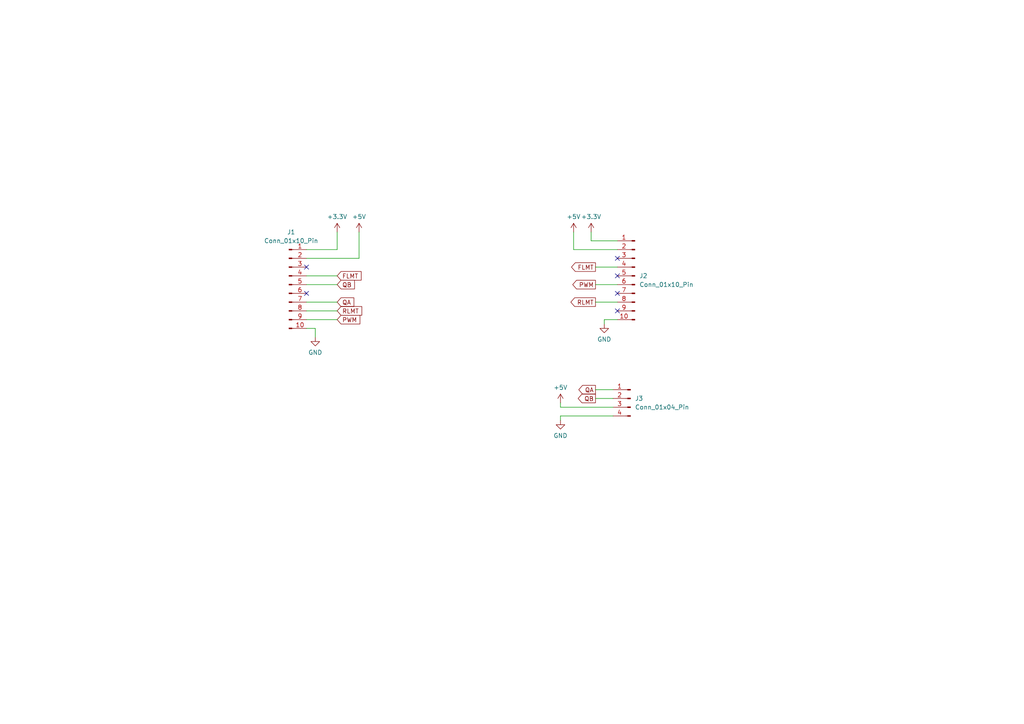
<source format=kicad_sch>
(kicad_sch (version 20230121) (generator eeschema)
  (paper "A4")
  (lib_symbols
    (symbol "Conn_01x10_Pin_1" (pin_names (offset 1.016) hide)
      (property "Reference" "J2" (at -1.27 0 0))
      (property "Value" "Conn_01x10_Pin" (at -1.27 -2.54 0))
      (symbol "Conn_01x10_Pin_1_1_1"
        (polyline (pts (xy 1.27 -12.7) (xy 0.8636 -12.7)) (stroke (width 0.1524)))
        (polyline (pts (xy 1.27 -10.16) (xy 0.8636 -10.16)) (stroke (width 0.1524)))
        (polyline (pts (xy 1.27 -7.62) (xy 0.8636 -7.62)) (stroke (width 0.1524)))
        (polyline (pts (xy 1.27 -5.08) (xy 0.8636 -5.08)) (stroke (width 0.1524)))
        (polyline (pts (xy 1.27 -2.54) (xy 0.8636 -2.54)) (stroke (width 0.1524)))
        (polyline (pts (xy 1.27 0) (xy 0.8636 0)) (stroke (width 0.1524)))
        (polyline (pts (xy 1.27 2.54) (xy 0.8636 2.54)) (stroke (width 0.1524)))
        (polyline (pts (xy 1.27 5.08) (xy 0.8636 5.08)) (stroke (width 0.1524)))
        (polyline (pts (xy 1.27 7.62) (xy 0.8636 7.62)) (stroke (width 0.1524)))
        (polyline (pts (xy 1.27 10.16) (xy 0.8636 10.16)) (stroke (width 0.1524)))
        (rectangle (start 0.8636 -12.573) (end 0 -12.827) (stroke (width 0.1524)) (fill (type outline)))
        (rectangle (start 0.8636 -10.033) (end 0 -10.287) (stroke (width 0.1524)) (fill (type outline)))
        (rectangle (start 0.8636 -7.493) (end 0 -7.747) (stroke (width 0.1524)) (fill (type outline)))
        (rectangle (start 0.8636 -4.953) (end 0 -5.207) (stroke (width 0.1524)) (fill (type outline)))
        (rectangle (start 0.8636 -2.413) (end 0 -2.667) (stroke (width 0.1524)) (fill (type outline)))
        (rectangle (start 0.8636 0.127) (end 0 -0.127) (stroke (width 0.1524)) (fill (type outline)))
        (rectangle (start 0.8636 2.667) (end 0 2.413) (stroke (width 0.1524)) (fill (type outline)))
        (rectangle (start 0.8636 5.207) (end 0 4.953) (stroke (width 0.1524)) (fill (type outline)))
        (rectangle (start 0.8636 7.747) (end 0 7.493) (stroke (width 0.1524)) (fill (type outline)))
        (rectangle (start 0.8636 10.287) (end 0 10.033) (stroke (width 0.1524)) (fill (type outline)))
        (pin power_out line (at 5.08 10.16 180) (length 3.81) (name "Pin_1") (number "1"))
        (pin power_out line (at 5.08 -12.7 180) (length 3.81) (name "Pin_10") (number "10"))
        (pin power_out line (at 5.08 7.62 180) (length 3.81) (name "Pin_2") (number "2"))
        (pin passive line (at 5.08 5.08 180) (length 3.81) (name "Pin_3") (number "3"))
        (pin passive line (at 5.08 2.54 180) (length 3.81) (name "Pin_4") (number "4"))
        (pin passive line (at 5.08 0 180) (length 3.81) (name "Pin_5") (number "5"))
        (pin passive line (at 5.08 -2.54 180) (length 3.81) (name "Pin_6") (number "6"))
        (pin passive line (at 5.08 -5.08 180) (length 3.81) (name "Pin_7") (number "7"))
        (pin passive line (at 5.08 -7.62 180) (length 3.81) (name "Pin_8") (number "8"))
        (pin passive line (at 5.08 -10.16 180) (length 3.81) (name "Pin_9") (number "9"))
      )
    )
    (symbol "Connector:Conn_01x04_Pin" (pin_names (offset 1.016) hide)
      (property "Reference" "J" (at 0 5.08 0))
      (property "Value" "Conn_01x04_Pin" (at 0 -7.62 0))
      (symbol "Conn_01x04_Pin_1_1"
        (polyline (pts (xy 1.27 -5.08) (xy 0.8636 -5.08)) (stroke (width 0.1524)))
        (polyline (pts (xy 1.27 -2.54) (xy 0.8636 -2.54)) (stroke (width 0.1524)))
        (polyline (pts (xy 1.27 0) (xy 0.8636 0)) (stroke (width 0.1524)))
        (polyline (pts (xy 1.27 2.54) (xy 0.8636 2.54)) (stroke (width 0.1524)))
        (rectangle (start 0.8636 -4.953) (end 0 -5.207) (stroke (width 0.1524)) (fill (type outline)))
        (rectangle (start 0.8636 -2.413) (end 0 -2.667) (stroke (width 0.1524)) (fill (type outline)))
        (rectangle (start 0.8636 0.127) (end 0 -0.127) (stroke (width 0.1524)) (fill (type outline)))
        (rectangle (start 0.8636 2.667) (end 0 2.413) (stroke (width 0.1524)) (fill (type outline)))
        (pin passive line (at 5.08 2.54 180) (length 3.81) (name "Pin_1") (number "1"))
        (pin passive line (at 5.08 0 180) (length 3.81) (name "Pin_2") (number "2"))
        (pin passive line (at 5.08 -2.54 180) (length 3.81) (name "Pin_3") (number "3"))
        (pin passive line (at 5.08 -5.08 180) (length 3.81) (name "Pin_4") (number "4"))
      )
    )
    (symbol "Connector:Conn_01x10_Pin" (pin_names (offset 1.016) hide)
      (property "Reference" "J" (at 0 12.7 0))
      (property "Value" "Conn_01x10_Pin" (at 0 -15.24 0))
      (symbol "Conn_01x10_Pin_1_1"
        (polyline (pts (xy 1.27 -12.7) (xy 0.8636 -12.7)) (stroke (width 0.1524)))
        (polyline (pts (xy 1.27 -10.16) (xy 0.8636 -10.16)) (stroke (width 0.1524)))
        (polyline (pts (xy 1.27 -7.62) (xy 0.8636 -7.62)) (stroke (width 0.1524)))
        (polyline (pts (xy 1.27 -5.08) (xy 0.8636 -5.08)) (stroke (width 0.1524)))
        (polyline (pts (xy 1.27 -2.54) (xy 0.8636 -2.54)) (stroke (width 0.1524)))
        (polyline (pts (xy 1.27 0) (xy 0.8636 0)) (stroke (width 0.1524)))
        (polyline (pts (xy 1.27 2.54) (xy 0.8636 2.54)) (stroke (width 0.1524)))
        (polyline (pts (xy 1.27 5.08) (xy 0.8636 5.08)) (stroke (width 0.1524)))
        (polyline (pts (xy 1.27 7.62) (xy 0.8636 7.62)) (stroke (width 0.1524)))
        (polyline (pts (xy 1.27 10.16) (xy 0.8636 10.16)) (stroke (width 0.1524)))
        (rectangle (start 0.8636 -12.573) (end 0 -12.827) (stroke (width 0.1524)) (fill (type outline)))
        (rectangle (start 0.8636 -10.033) (end 0 -10.287) (stroke (width 0.1524)) (fill (type outline)))
        (rectangle (start 0.8636 -7.493) (end 0 -7.747) (stroke (width 0.1524)) (fill (type outline)))
        (rectangle (start 0.8636 -4.953) (end 0 -5.207) (stroke (width 0.1524)) (fill (type outline)))
        (rectangle (start 0.8636 -2.413) (end 0 -2.667) (stroke (width 0.1524)) (fill (type outline)))
        (rectangle (start 0.8636 0.127) (end 0 -0.127) (stroke (width 0.1524)) (fill (type outline)))
        (rectangle (start 0.8636 2.667) (end 0 2.413) (stroke (width 0.1524)) (fill (type outline)))
        (rectangle (start 0.8636 5.207) (end 0 4.953) (stroke (width 0.1524)) (fill (type outline)))
        (rectangle (start 0.8636 7.747) (end 0 7.493) (stroke (width 0.1524)) (fill (type outline)))
        (rectangle (start 0.8636 10.287) (end 0 10.033) (stroke (width 0.1524)) (fill (type outline)))
        (pin passive line (at 5.08 10.16 180) (length 3.81) (name "Pin_1") (number "1"))
        (pin passive line (at 5.08 -12.7 180) (length 3.81) (name "Pin_10") (number "10"))
        (pin passive line (at 5.08 7.62 180) (length 3.81) (name "Pin_2") (number "2"))
        (pin passive line (at 5.08 5.08 180) (length 3.81) (name "Pin_3") (number "3"))
        (pin passive line (at 5.08 2.54 180) (length 3.81) (name "Pin_4") (number "4"))
        (pin passive line (at 5.08 0 180) (length 3.81) (name "Pin_5") (number "5"))
        (pin passive line (at 5.08 -2.54 180) (length 3.81) (name "Pin_6") (number "6"))
        (pin passive line (at 5.08 -5.08 180) (length 3.81) (name "Pin_7") (number "7"))
        (pin passive line (at 5.08 -7.62 180) (length 3.81) (name "Pin_8") (number "8"))
        (pin passive line (at 5.08 -10.16 180) (length 3.81) (name "Pin_9") (number "9"))
      )
    )
    (symbol "power:+3.3V" (power) (pin_names (offset 0))
      (property "Value" "+3.3V" (at 0 3.556 0))
      (symbol "+3.3V_0_1"
        (polyline (pts (xy -0.762 1.27) (xy 0 2.54)))
        (polyline (pts (xy 0 0) (xy 0 2.54)))
        (polyline (pts (xy 0 2.54) (xy 0.762 1.27)))
      )
      (symbol "+3.3V_1_1"
        (pin power_in line (at 0 0 90) (length 0) hide (name "+3.3V") (number "1"))
      )
    )
    (symbol "power:+5V" (power) (pin_names (offset 0))
      (property "Value" "+5V" (at 0 3.556 0))
      (symbol "+5V_0_1"
        (polyline (pts (xy -0.762 1.27) (xy 0 2.54)))
        (polyline (pts (xy 0 0) (xy 0 2.54)))
        (polyline (pts (xy 0 2.54) (xy 0.762 1.27)))
      )
      (symbol "+5V_1_1"
        (pin power_in line (at 0 0 90) (length 0) hide (name "+5V") (number "1"))
      )
    )
    (symbol "power:GND" (power) (pin_names (offset 0))
      (property "Value" "GND" (at 0 -3.81 0))
      (symbol "GND_0_1"
        (polyline (pts (xy 0 0) (xy 0 -1.27) (xy 1.27 -1.27) (xy 0 -2.54) (xy -1.27 -1.27) (xy 0 -1.27)))
      )
      (symbol "GND_1_1"
        (pin power_in line (at 0 0 270) (length 0) hide (name "GND") (number "1"))
      )
    )
  )
  (no_connect (at 88.9 85.09))
  (no_connect (at 88.9 77.47))
  (no_connect (at 179.07 74.93))
  (no_connect (at 179.07 90.17))
  (no_connect (at 179.07 80.01))
  (no_connect (at 179.07 85.09))
  (wire (pts (xy 88.9 72.39) (xy 97.79 72.39)))
  (wire (pts (xy 175.26 92.71) (xy 175.26 93.98)))
  (wire (pts (xy 177.8 120.65) (xy 162.56 120.65)))
  (wire (pts (xy 162.56 120.65) (xy 162.56 121.92)))
  (wire (pts (xy 177.8 118.11) (xy 162.56 118.11)))
  (wire (pts (xy 166.37 67.31) (xy 166.37 72.39)))
  (wire (pts (xy 97.79 72.39) (xy 97.79 67.31)))
  (wire (pts (xy 179.07 92.71) (xy 175.26 92.71)))
  (wire (pts (xy 179.07 69.85) (xy 171.45 69.85)))
  (wire (pts (xy 88.9 80.01) (xy 97.79 80.01)))
  (wire (pts (xy 88.9 74.93) (xy 104.14 74.93)))
  (wire (pts (xy 88.9 95.25) (xy 91.44 95.25)))
  (wire (pts (xy 171.45 67.31) (xy 171.45 69.85)))
  (wire (pts (xy 179.07 72.39) (xy 166.37 72.39)))
  (wire (pts (xy 172.72 77.47) (xy 179.07 77.47)))
  (wire (pts (xy 88.9 92.71) (xy 97.79 92.71)))
  (wire (pts (xy 172.72 113.03) (xy 177.8 113.03)))
  (wire (pts (xy 88.9 87.63) (xy 97.79 87.63)))
  (wire (pts (xy 91.44 95.25) (xy 91.44 97.79)))
  (wire (pts (xy 172.72 115.57) (xy 177.8 115.57)))
  (wire (pts (xy 88.9 90.17) (xy 97.79 90.17)))
  (wire (pts (xy 88.9 82.55) (xy 97.79 82.55)))
  (wire (pts (xy 172.72 87.63) (xy 179.07 87.63)))
  (wire (pts (xy 162.56 118.11) (xy 162.56 116.84)))
  (wire (pts (xy 104.14 74.93) (xy 104.14 67.31)))
  (wire (pts (xy 172.72 82.55) (xy 179.07 82.55)))
  (global_label "QA" (shape input) (at 97.79 87.63 0) (property "Intersheetrefs" "${INTERSHEET_REFS}" (effects hide)))
  (global_label "QA" (shape output) (at 172.72 113.03 180) (property "Intersheetrefs" "${INTERSHEET_REFS}" (effects hide)))
  (global_label "PWM" (shape output) (at 172.72 82.55 180) (property "Intersheetrefs" "${INTERSHEET_REFS}" (effects hide)))
  (global_label "RLMT" (shape output) (at 172.72 87.63 180) (property "Intersheetrefs" "${INTERSHEET_REFS}" (effects hide)))
  (global_label "FLMT" (shape input) (at 97.79 80.01 0) (property "Intersheetrefs" "${INTERSHEET_REFS}" (effects hide)))
  (global_label "QB" (shape output) (at 172.72 115.57 180) (property "Intersheetrefs" "${INTERSHEET_REFS}" (effects hide)))
  (global_label "PWM" (shape input) (at 97.79 92.71 0) (property "Intersheetrefs" "${INTERSHEET_REFS}" (effects hide)))
  (global_label "QB" (shape input) (at 97.79 82.55 0) (property "Intersheetrefs" "${INTERSHEET_REFS}" (effects hide)))
  (global_label "FLMT" (shape output) (at 172.72 77.47 180) (property "Intersheetrefs" "${INTERSHEET_REFS}" (effects hide)))
  (global_label "RLMT" (shape input) (at 97.79 90.17 0) (property "Intersheetrefs" "${INTERSHEET_REFS}" (effects hide)))
  (symbol (lib_id "power:GND") (at 91.44 97.79 0) (unit 1)
    (property "Reference" "#PWR03" (effects hide))
    (property "Value" "GND" (at 91.44 102.235 0))
  )
  (symbol (lib_id "power:+5V") (at 166.37 67.31 0) (unit 1)
    (property "Reference" "#PWR04" (effects hide))
    (property "Value" "+5V" (at 166.37 62.865 0))
  )
  (symbol (lib_id "power:+3.3V") (at 171.45 67.31 0) (unit 1)
    (property "Reference" "#PWR05" (effects hide))
    (property "Value" "+3.3V" (at 171.45 62.865 0))
  )
  (symbol (lib_id "power:+3.3V") (at 97.79 67.31 0) (unit 1)
    (property "Reference" "#PWR01" (effects hide))
    (property "Value" "+3.3V" (at 97.79 62.865 0))
  )
  (symbol (lib_name "Conn_01x10_Pin_1") (lib_id "Connector:Conn_01x10_Pin") (at 184.15 80.01 0) (mirror y) (unit 1)
    (property "Reference" "J2" (at 185.42 80.01 0) (effects (justify right)))
    (property "Value" "Conn_01x10_Pin" (at 185.42 82.55 0) (effects (justify right)))
    (property "Footprint" "footprints:CONN10_M50-3120545_HRW" (effects hide))
  )
  (symbol (lib_id "power:+5V") (at 162.56 116.84 0) (unit 1)
    (property "Reference" "#PWR07" (effects hide))
    (property "Value" "+5V" (at 162.56 112.395 0))
  )
  (symbol (lib_id "power:+5V") (at 104.14 67.31 0) (unit 1)
    (property "Reference" "#PWR02" (effects hide))
    (property "Value" "+5V" (at 104.14 62.865 0))
  )
  (symbol (lib_id "Connector:Conn_01x10_Pin") (at 83.82 82.55 0) (unit 1)
    (property "Reference" "J1" (at 84.455 67.31 0))
    (property "Value" "Conn_01x10_Pin" (at 84.455 69.85 0))
    (property "Footprint" "footprints:3220-10-0300-00" (effects hide))
  )
  (symbol (lib_id "power:GND") (at 162.56 121.92 0) (unit 1)
    (property "Reference" "#PWR08" (effects hide))
    (property "Value" "GND" (at 162.56 126.365 0))
  )
  (symbol (lib_id "Connector:Conn_01x04_Pin") (at 182.88 115.57 0) (mirror y) (unit 1)
    (property "Reference" "J3" (at 184.15 115.57 0) (effects (justify right)))
    (property "Value" "Conn_01x04_Pin" (at 184.15 118.11 0) (effects (justify right)))
  )
  (symbol (lib_id "power:GND") (at 175.26 93.98 0) (unit 1)
    (property "Reference" "#PWR06" (effects hide))
    (property "Value" "GND" (at 175.26 98.425 0))
  )
)
</source>
